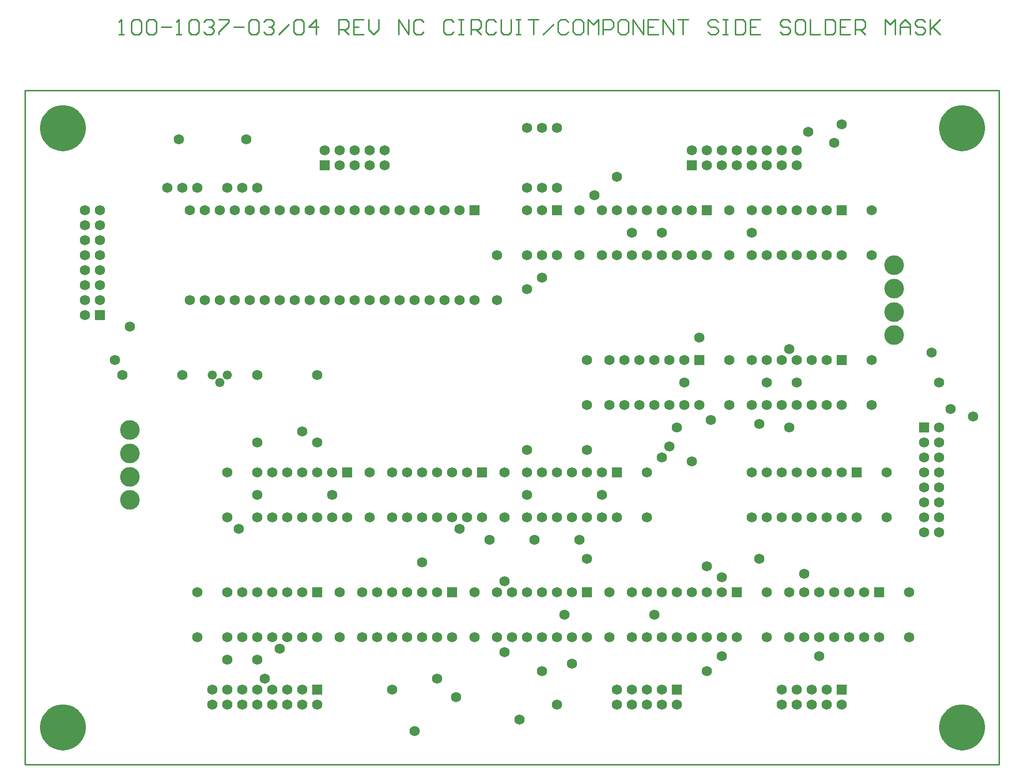
<source format=gbs>
*%FSLAX23Y23*%
*%MOIN*%
G01*
%ADD11C,0.007*%
%ADD12C,0.008*%
%ADD13C,0.010*%
%ADD14C,0.012*%
%ADD15C,0.020*%
%ADD16C,0.032*%
%ADD17C,0.036*%
%ADD18C,0.050*%
%ADD19C,0.052*%
%ADD20C,0.055*%
%ADD21C,0.056*%
%ADD22C,0.061*%
%ADD23C,0.062*%
%ADD24C,0.068*%
%ADD25C,0.070*%
%ADD26C,0.090*%
%ADD27C,0.125*%
%ADD28C,0.131*%
%ADD29C,0.140*%
%ADD30C,0.160*%
%ADD31C,0.250*%
%ADD32R,0.062X0.062*%
%ADD33R,0.068X0.068*%
%ADD34R,0.250X0.250*%
D13*
X7142Y10427D02*
X7175D01*
X7159D01*
Y10527D01*
X7160D01*
X7159D02*
X7142Y10510D01*
X7225D02*
X7242Y10527D01*
X7275D01*
X7292Y10510D01*
Y10444D01*
X7275Y10427D01*
X7242D01*
X7225Y10444D01*
Y10510D01*
X7325D02*
X7342Y10527D01*
X7375D01*
X7392Y10510D01*
Y10444D01*
X7375Y10427D01*
X7342D01*
X7325Y10444D01*
Y10510D01*
X7425Y10477D02*
X7492D01*
X7525Y10427D02*
X7559D01*
X7542D01*
Y10527D01*
X7543D01*
X7542D02*
X7525Y10510D01*
X7609D02*
X7625Y10527D01*
X7658D01*
X7675Y10510D01*
Y10444D01*
X7658Y10427D01*
X7625D01*
X7609Y10444D01*
Y10510D01*
X7708D02*
X7725Y10527D01*
X7758D01*
X7775Y10510D01*
Y10494D01*
X7776D01*
X7775D02*
X7776D01*
X7775D02*
X7776D01*
X7775D02*
X7758Y10477D01*
X7742D01*
X7758D01*
X7775Y10460D01*
Y10444D01*
X7758Y10427D01*
X7725D01*
X7708Y10444D01*
X7808Y10527D02*
X7875D01*
Y10510D01*
X7808Y10444D01*
Y10427D01*
X7908Y10477D02*
X7975D01*
X8008Y10510D02*
X8025Y10527D01*
X8058D01*
X8075Y10510D01*
Y10444D01*
X8058Y10427D01*
X8025D01*
X8008Y10444D01*
Y10510D01*
X8108D02*
X8125Y10527D01*
X8158D01*
X8175Y10510D01*
Y10494D01*
X8176D01*
X8175D02*
X8176D01*
X8175D02*
X8176D01*
X8175D02*
X8158Y10477D01*
X8142D01*
X8158D01*
X8175Y10460D01*
Y10444D01*
X8158Y10427D01*
X8125D01*
X8108Y10444D01*
X8208Y10427D02*
X8275Y10494D01*
X8308Y10510D02*
X8325Y10527D01*
X8358D01*
X8375Y10510D01*
Y10444D01*
X8358Y10427D01*
X8325D01*
X8308Y10444D01*
Y10510D01*
X8458Y10527D02*
Y10427D01*
X8408Y10477D02*
X8458Y10527D01*
X8475Y10477D02*
X8408D01*
X8608Y10427D02*
Y10527D01*
X8658D01*
X8675Y10510D01*
Y10477D01*
X8658Y10460D01*
X8608D01*
X8642D02*
X8675Y10427D01*
X8708Y10527D02*
X8775D01*
X8708D02*
Y10427D01*
X8775D01*
X8741Y10477D02*
X8708D01*
X8808Y10460D02*
Y10527D01*
Y10460D02*
X8841Y10427D01*
X8875Y10460D01*
Y10527D01*
X9008D02*
Y10427D01*
X9075D02*
X9008Y10527D01*
X9075D02*
Y10427D01*
X9175Y10510D02*
X9158Y10527D01*
X9125D01*
X9108Y10510D01*
Y10444D01*
X9125Y10427D01*
X9158D01*
X9175Y10444D01*
X9358Y10527D02*
X9375Y10510D01*
X9358Y10527D02*
X9325D01*
X9308Y10510D01*
Y10444D01*
X9325Y10427D01*
X9358D01*
X9375Y10444D01*
X9408Y10527D02*
X9441D01*
X9425D01*
Y10427D01*
X9408D01*
X9441D01*
X9491D02*
Y10527D01*
X9541D01*
X9558Y10510D01*
Y10477D01*
X9541Y10460D01*
X9491D01*
X9525D02*
X9558Y10427D01*
X9658Y10510D02*
X9641Y10527D01*
X9608D01*
X9591Y10510D01*
Y10444D01*
X9608Y10427D01*
X9641D01*
X9658Y10444D01*
X9691D02*
Y10527D01*
Y10444D02*
X9708Y10427D01*
X9741D01*
X9758Y10444D01*
Y10527D01*
X9791D02*
X9824D01*
X9808D01*
Y10427D01*
X9791D01*
X9824D01*
X9874Y10527D02*
X9941D01*
X9908D01*
Y10427D01*
X9974D02*
X10041Y10494D01*
X10124Y10527D02*
X10141Y10510D01*
X10124Y10527D02*
X10091D01*
X10074Y10510D01*
Y10444D01*
X10091Y10427D01*
X10124D01*
X10141Y10444D01*
X10191Y10527D02*
X10224D01*
X10191D02*
X10174Y10510D01*
Y10444D01*
X10191Y10427D01*
X10224D01*
X10241Y10444D01*
Y10510D01*
X10224Y10527D01*
X10274D02*
Y10427D01*
X10308Y10494D02*
X10274Y10527D01*
X10308Y10494D02*
X10341Y10527D01*
Y10427D01*
X10374D02*
Y10527D01*
X10424D01*
X10441Y10510D01*
Y10477D01*
X10424Y10460D01*
X10374D01*
X10491Y10527D02*
X10524D01*
X10491D02*
X10474Y10510D01*
Y10444D01*
X10491Y10427D01*
X10524D01*
X10541Y10444D01*
Y10510D01*
X10524Y10527D01*
X10574D02*
Y10427D01*
X10641D02*
X10574Y10527D01*
X10641D02*
Y10427D01*
X10674Y10527D02*
X10741D01*
X10674D02*
Y10427D01*
X10741D01*
X10708Y10477D02*
X10674D01*
X10774Y10427D02*
Y10527D01*
X10841Y10427D01*
Y10527D01*
X10874D02*
X10941D01*
X10907D01*
Y10427D01*
X11124Y10527D02*
X11141Y10510D01*
X11124Y10527D02*
X11091D01*
X11074Y10510D01*
Y10494D01*
X11091Y10477D01*
X11124D01*
X11141Y10460D01*
Y10444D01*
X11124Y10427D01*
X11091D01*
X11074Y10444D01*
X11174Y10527D02*
X11207D01*
X11191D01*
Y10427D01*
X11174D01*
X11207D01*
X11257D02*
Y10527D01*
Y10427D02*
X11307D01*
X11324Y10444D01*
Y10510D01*
X11307Y10527D01*
X11257D01*
X11357D02*
X11424D01*
X11357D02*
Y10427D01*
X11424D01*
X11391Y10477D02*
X11357D01*
X11607Y10527D02*
X11624Y10510D01*
X11607Y10527D02*
X11574D01*
X11557Y10510D01*
Y10494D01*
X11574Y10477D01*
X11607D01*
X11624Y10460D01*
Y10444D01*
X11607Y10427D01*
X11574D01*
X11557Y10444D01*
X11674Y10527D02*
X11707D01*
X11674D02*
X11657Y10510D01*
Y10444D01*
X11674Y10427D01*
X11707D01*
X11724Y10444D01*
Y10510D01*
X11707Y10527D01*
X11757D02*
Y10427D01*
X11824D01*
X11857D02*
Y10527D01*
Y10427D02*
X11907D01*
X11924Y10444D01*
Y10510D01*
X11907Y10527D01*
X11857D01*
X11957D02*
X12024D01*
X11957D02*
Y10427D01*
X12024D01*
X11990Y10477D02*
X11957D01*
X12057Y10427D02*
Y10527D01*
X12107D01*
X12124Y10510D01*
Y10477D01*
X12107Y10460D01*
X12057D01*
X12090D02*
X12124Y10427D01*
X12257D02*
Y10527D01*
X12290Y10494D01*
X12324Y10527D01*
Y10427D01*
X12357D02*
Y10494D01*
X12390Y10527D01*
X12424Y10494D01*
Y10427D01*
Y10477D01*
X12357D01*
X12507Y10527D02*
X12524Y10510D01*
X12507Y10527D02*
X12474D01*
X12457Y10510D01*
Y10494D01*
X12474Y10477D01*
X12507D01*
X12524Y10460D01*
Y10444D01*
X12507Y10427D01*
X12474D01*
X12457Y10444D01*
X12557Y10427D02*
Y10527D01*
Y10460D02*
Y10427D01*
Y10460D02*
X12624Y10527D01*
X12574Y10477D01*
X12624Y10427D01*
X13017Y10052D02*
X6517D01*
Y5552D02*
X13017D01*
X6517D02*
Y10052D01*
X13017D02*
Y5552D01*
D18*
X12639Y9802D02*
X12640D01*
X12639D02*
X12639Y9792D01*
X12641Y9781D01*
X12643Y9771D01*
X12646Y9761D01*
X12649Y9752D01*
X12654Y9743D01*
X12659Y9734D01*
X12665Y9725D01*
X12671Y9717D01*
X12678Y9710D01*
X12686Y9703D01*
X12694Y9697D01*
X12703Y9691D01*
X12712Y9686D01*
X12722Y9682D01*
X12731Y9679D01*
X12741Y9677D01*
X12752Y9675D01*
X12762Y9674D01*
X12772D01*
X12782Y9675D01*
X12793Y9677D01*
X12803Y9679D01*
X12812Y9682D01*
X12822Y9686D01*
X12831Y9691D01*
X12840Y9697D01*
X12848Y9703D01*
X12856Y9710D01*
X12863Y9717D01*
X12869Y9725D01*
X12875Y9734D01*
X12880Y9743D01*
X12885Y9752D01*
X12888Y9761D01*
X12891Y9771D01*
X12893Y9781D01*
X12895Y9792D01*
X12895Y9802D01*
X12896D01*
X12895D02*
X12895Y9812D01*
X12893Y9823D01*
X12891Y9833D01*
X12888Y9843D01*
X12885Y9852D01*
X12880Y9861D01*
X12875Y9870D01*
X12869Y9879D01*
X12863Y9887D01*
X12856Y9894D01*
X12848Y9901D01*
X12840Y9907D01*
X12831Y9913D01*
X12822Y9918D01*
X12812Y9922D01*
X12803Y9925D01*
X12793Y9927D01*
X12782Y9929D01*
X12772Y9930D01*
X12762D01*
X12752Y9929D01*
X12741Y9927D01*
X12731Y9925D01*
X12722Y9922D01*
X12712Y9918D01*
X12703Y9913D01*
X12694Y9907D01*
X12686Y9901D01*
X12678Y9894D01*
X12671Y9887D01*
X12665Y9879D01*
X12659Y9870D01*
X12654Y9861D01*
X12649Y9852D01*
X12646Y9843D01*
X12643Y9833D01*
X12641Y9823D01*
X12639Y9812D01*
X12639Y9802D01*
X12687D02*
X12688D01*
X12687D02*
X12688Y9793D01*
X12689Y9784D01*
X12692Y9775D01*
X12696Y9766D01*
X12700Y9758D01*
X12706Y9751D01*
X12712Y9744D01*
X12719Y9738D01*
X12727Y9733D01*
X12735Y9729D01*
X12744Y9725D01*
X12753Y9723D01*
X12762Y9722D01*
X12772D01*
X12781Y9723D01*
X12790Y9725D01*
X12799Y9729D01*
X12807Y9733D01*
X12815Y9738D01*
X12822Y9744D01*
X12828Y9751D01*
X12834Y9758D01*
X12838Y9766D01*
X12842Y9775D01*
X12845Y9784D01*
X12846Y9793D01*
X12847Y9802D01*
X12848D01*
X12847D02*
X12846Y9811D01*
X12845Y9820D01*
X12842Y9829D01*
X12838Y9838D01*
X12834Y9846D01*
X12828Y9853D01*
X12822Y9860D01*
X12815Y9866D01*
X12807Y9871D01*
X12799Y9875D01*
X12790Y9879D01*
X12781Y9881D01*
X12772Y9882D01*
X12762D01*
X12753Y9881D01*
X12744Y9879D01*
X12735Y9875D01*
X12727Y9871D01*
X12719Y9866D01*
X12712Y9860D01*
X12706Y9853D01*
X12700Y9846D01*
X12696Y9838D01*
X12692Y9829D01*
X12689Y9820D01*
X12688Y9811D01*
X12687Y9802D01*
X12735D02*
X12736D01*
X12735D02*
X12736Y9795D01*
X12738Y9789D01*
X12741Y9783D01*
X12746Y9778D01*
X12751Y9774D01*
X12757Y9772D01*
X12764Y9770D01*
X12770D01*
X12777Y9772D01*
X12783Y9774D01*
X12788Y9778D01*
X12793Y9783D01*
X12796Y9789D01*
X12798Y9795D01*
X12799Y9802D01*
X12800D01*
X12799D02*
X12798Y9809D01*
X12796Y9815D01*
X12793Y9821D01*
X12788Y9826D01*
X12783Y9830D01*
X12777Y9832D01*
X12770Y9834D01*
X12764D01*
X12757Y9832D01*
X12751Y9830D01*
X12746Y9826D01*
X12741Y9821D01*
X12738Y9815D01*
X12736Y9809D01*
X12735Y9802D01*
X12767D02*
D03*
X12639Y5802D02*
X12640D01*
X12639D02*
X12639Y5792D01*
X12641Y5781D01*
X12643Y5771D01*
X12646Y5761D01*
X12649Y5752D01*
X12654Y5743D01*
X12659Y5734D01*
X12665Y5725D01*
X12671Y5717D01*
X12678Y5710D01*
X12686Y5703D01*
X12694Y5697D01*
X12703Y5691D01*
X12712Y5686D01*
X12722Y5682D01*
X12731Y5679D01*
X12741Y5677D01*
X12752Y5675D01*
X12762Y5674D01*
X12772D01*
X12782Y5675D01*
X12793Y5677D01*
X12803Y5679D01*
X12812Y5682D01*
X12822Y5686D01*
X12831Y5691D01*
X12840Y5697D01*
X12848Y5703D01*
X12856Y5710D01*
X12863Y5717D01*
X12869Y5725D01*
X12875Y5734D01*
X12880Y5743D01*
X12885Y5752D01*
X12888Y5761D01*
X12891Y5771D01*
X12893Y5781D01*
X12895Y5792D01*
X12895Y5802D01*
X12896D01*
X12895D02*
X12895Y5812D01*
X12893Y5823D01*
X12891Y5833D01*
X12888Y5843D01*
X12885Y5852D01*
X12880Y5861D01*
X12875Y5870D01*
X12869Y5879D01*
X12863Y5887D01*
X12856Y5894D01*
X12848Y5901D01*
X12840Y5907D01*
X12831Y5913D01*
X12822Y5918D01*
X12812Y5922D01*
X12803Y5925D01*
X12793Y5927D01*
X12782Y5929D01*
X12772Y5930D01*
X12762D01*
X12752Y5929D01*
X12741Y5927D01*
X12731Y5925D01*
X12722Y5922D01*
X12712Y5918D01*
X12703Y5913D01*
X12694Y5907D01*
X12686Y5901D01*
X12678Y5894D01*
X12671Y5887D01*
X12665Y5879D01*
X12659Y5870D01*
X12654Y5861D01*
X12649Y5852D01*
X12646Y5843D01*
X12643Y5833D01*
X12641Y5823D01*
X12639Y5812D01*
X12639Y5802D01*
X12687D02*
X12688D01*
X12687D02*
X12688Y5793D01*
X12689Y5784D01*
X12692Y5775D01*
X12696Y5766D01*
X12700Y5758D01*
X12706Y5751D01*
X12712Y5744D01*
X12719Y5738D01*
X12727Y5733D01*
X12735Y5729D01*
X12744Y5725D01*
X12753Y5723D01*
X12762Y5722D01*
X12772D01*
X12781Y5723D01*
X12790Y5725D01*
X12799Y5729D01*
X12807Y5733D01*
X12815Y5738D01*
X12822Y5744D01*
X12828Y5751D01*
X12834Y5758D01*
X12838Y5766D01*
X12842Y5775D01*
X12845Y5784D01*
X12846Y5793D01*
X12847Y5802D01*
X12848D01*
X12847D02*
X12846Y5811D01*
X12845Y5820D01*
X12842Y5829D01*
X12838Y5838D01*
X12834Y5846D01*
X12828Y5853D01*
X12822Y5860D01*
X12815Y5866D01*
X12807Y5871D01*
X12799Y5875D01*
X12790Y5879D01*
X12781Y5881D01*
X12772Y5882D01*
X12762D01*
X12753Y5881D01*
X12744Y5879D01*
X12735Y5875D01*
X12727Y5871D01*
X12719Y5866D01*
X12712Y5860D01*
X12706Y5853D01*
X12700Y5846D01*
X12696Y5838D01*
X12692Y5829D01*
X12689Y5820D01*
X12688Y5811D01*
X12687Y5802D01*
X12735D02*
X12736D01*
X12735D02*
X12736Y5795D01*
X12738Y5789D01*
X12741Y5783D01*
X12746Y5778D01*
X12751Y5774D01*
X12757Y5772D01*
X12764Y5770D01*
X12770D01*
X12777Y5772D01*
X12783Y5774D01*
X12788Y5778D01*
X12793Y5783D01*
X12796Y5789D01*
X12798Y5795D01*
X12799Y5802D01*
X12800D01*
X12799D02*
X12798Y5809D01*
X12796Y5815D01*
X12793Y5821D01*
X12788Y5826D01*
X12783Y5830D01*
X12777Y5832D01*
X12770Y5834D01*
X12764D01*
X12757Y5832D01*
X12751Y5830D01*
X12746Y5826D01*
X12741Y5821D01*
X12738Y5815D01*
X12736Y5809D01*
X12735Y5802D01*
X12767D02*
D03*
X6639Y9802D02*
X6640D01*
X6639D02*
X6639Y9792D01*
X6641Y9781D01*
X6643Y9771D01*
X6646Y9761D01*
X6649Y9752D01*
X6654Y9743D01*
X6659Y9734D01*
X6665Y9725D01*
X6671Y9717D01*
X6678Y9710D01*
X6686Y9703D01*
X6694Y9697D01*
X6703Y9691D01*
X6712Y9686D01*
X6722Y9682D01*
X6731Y9679D01*
X6741Y9677D01*
X6752Y9675D01*
X6762Y9674D01*
X6772D01*
X6782Y9675D01*
X6793Y9677D01*
X6803Y9679D01*
X6812Y9682D01*
X6822Y9686D01*
X6831Y9691D01*
X6840Y9697D01*
X6848Y9703D01*
X6856Y9710D01*
X6863Y9717D01*
X6869Y9725D01*
X6875Y9734D01*
X6880Y9743D01*
X6885Y9752D01*
X6888Y9761D01*
X6891Y9771D01*
X6893Y9781D01*
X6895Y9792D01*
X6895Y9802D01*
X6896D01*
X6895D02*
X6895Y9812D01*
X6893Y9823D01*
X6891Y9833D01*
X6888Y9843D01*
X6885Y9852D01*
X6880Y9861D01*
X6875Y9870D01*
X6869Y9879D01*
X6863Y9887D01*
X6856Y9894D01*
X6848Y9901D01*
X6840Y9907D01*
X6831Y9913D01*
X6822Y9918D01*
X6812Y9922D01*
X6803Y9925D01*
X6793Y9927D01*
X6782Y9929D01*
X6772Y9930D01*
X6762D01*
X6752Y9929D01*
X6741Y9927D01*
X6731Y9925D01*
X6722Y9922D01*
X6712Y9918D01*
X6703Y9913D01*
X6694Y9907D01*
X6686Y9901D01*
X6678Y9894D01*
X6671Y9887D01*
X6665Y9879D01*
X6659Y9870D01*
X6654Y9861D01*
X6649Y9852D01*
X6646Y9843D01*
X6643Y9833D01*
X6641Y9823D01*
X6639Y9812D01*
X6639Y9802D01*
X6687D02*
X6688D01*
X6687D02*
X6688Y9793D01*
X6689Y9784D01*
X6692Y9775D01*
X6696Y9766D01*
X6700Y9758D01*
X6706Y9751D01*
X6712Y9744D01*
X6719Y9738D01*
X6727Y9733D01*
X6735Y9729D01*
X6744Y9725D01*
X6753Y9723D01*
X6762Y9722D01*
X6772D01*
X6781Y9723D01*
X6790Y9725D01*
X6799Y9729D01*
X6807Y9733D01*
X6815Y9738D01*
X6822Y9744D01*
X6828Y9751D01*
X6834Y9758D01*
X6838Y9766D01*
X6842Y9775D01*
X6845Y9784D01*
X6846Y9793D01*
X6847Y9802D01*
X6848D01*
X6847D02*
X6846Y9811D01*
X6845Y9820D01*
X6842Y9829D01*
X6838Y9838D01*
X6834Y9846D01*
X6828Y9853D01*
X6822Y9860D01*
X6815Y9866D01*
X6807Y9871D01*
X6799Y9875D01*
X6790Y9879D01*
X6781Y9881D01*
X6772Y9882D01*
X6762D01*
X6753Y9881D01*
X6744Y9879D01*
X6735Y9875D01*
X6727Y9871D01*
X6719Y9866D01*
X6712Y9860D01*
X6706Y9853D01*
X6700Y9846D01*
X6696Y9838D01*
X6692Y9829D01*
X6689Y9820D01*
X6688Y9811D01*
X6687Y9802D01*
X6735D02*
X6736D01*
X6735D02*
X6736Y9795D01*
X6738Y9789D01*
X6741Y9783D01*
X6746Y9778D01*
X6751Y9774D01*
X6757Y9772D01*
X6764Y9770D01*
X6770D01*
X6777Y9772D01*
X6783Y9774D01*
X6788Y9778D01*
X6793Y9783D01*
X6796Y9789D01*
X6798Y9795D01*
X6799Y9802D01*
X6800D01*
X6799D02*
X6798Y9809D01*
X6796Y9815D01*
X6793Y9821D01*
X6788Y9826D01*
X6783Y9830D01*
X6777Y9832D01*
X6770Y9834D01*
X6764D01*
X6757Y9832D01*
X6751Y9830D01*
X6746Y9826D01*
X6741Y9821D01*
X6738Y9815D01*
X6736Y9809D01*
X6735Y9802D01*
X6767D02*
D03*
X6639Y5802D02*
X6640D01*
X6639D02*
X6639Y5792D01*
X6641Y5781D01*
X6643Y5771D01*
X6646Y5761D01*
X6649Y5752D01*
X6654Y5743D01*
X6659Y5734D01*
X6665Y5725D01*
X6671Y5717D01*
X6678Y5710D01*
X6686Y5703D01*
X6694Y5697D01*
X6703Y5691D01*
X6712Y5686D01*
X6722Y5682D01*
X6731Y5679D01*
X6741Y5677D01*
X6752Y5675D01*
X6762Y5674D01*
X6772D01*
X6782Y5675D01*
X6793Y5677D01*
X6803Y5679D01*
X6812Y5682D01*
X6822Y5686D01*
X6831Y5691D01*
X6840Y5697D01*
X6848Y5703D01*
X6856Y5710D01*
X6863Y5717D01*
X6869Y5725D01*
X6875Y5734D01*
X6880Y5743D01*
X6885Y5752D01*
X6888Y5761D01*
X6891Y5771D01*
X6893Y5781D01*
X6895Y5792D01*
X6895Y5802D01*
X6896D01*
X6895D02*
X6895Y5812D01*
X6893Y5823D01*
X6891Y5833D01*
X6888Y5843D01*
X6885Y5852D01*
X6880Y5861D01*
X6875Y5870D01*
X6869Y5879D01*
X6863Y5887D01*
X6856Y5894D01*
X6848Y5901D01*
X6840Y5907D01*
X6831Y5913D01*
X6822Y5918D01*
X6812Y5922D01*
X6803Y5925D01*
X6793Y5927D01*
X6782Y5929D01*
X6772Y5930D01*
X6762D01*
X6752Y5929D01*
X6741Y5927D01*
X6731Y5925D01*
X6722Y5922D01*
X6712Y5918D01*
X6703Y5913D01*
X6694Y5907D01*
X6686Y5901D01*
X6678Y5894D01*
X6671Y5887D01*
X6665Y5879D01*
X6659Y5870D01*
X6654Y5861D01*
X6649Y5852D01*
X6646Y5843D01*
X6643Y5833D01*
X6641Y5823D01*
X6639Y5812D01*
X6639Y5802D01*
X6687D02*
X6688D01*
X6687D02*
X6688Y5793D01*
X6689Y5784D01*
X6692Y5775D01*
X6696Y5766D01*
X6700Y5758D01*
X6706Y5751D01*
X6712Y5744D01*
X6719Y5738D01*
X6727Y5733D01*
X6735Y5729D01*
X6744Y5725D01*
X6753Y5723D01*
X6762Y5722D01*
X6772D01*
X6781Y5723D01*
X6790Y5725D01*
X6799Y5729D01*
X6807Y5733D01*
X6815Y5738D01*
X6822Y5744D01*
X6828Y5751D01*
X6834Y5758D01*
X6838Y5766D01*
X6842Y5775D01*
X6845Y5784D01*
X6846Y5793D01*
X6847Y5802D01*
X6848D01*
X6847D02*
X6846Y5811D01*
X6845Y5820D01*
X6842Y5829D01*
X6838Y5838D01*
X6834Y5846D01*
X6828Y5853D01*
X6822Y5860D01*
X6815Y5866D01*
X6807Y5871D01*
X6799Y5875D01*
X6790Y5879D01*
X6781Y5881D01*
X6772Y5882D01*
X6762D01*
X6753Y5881D01*
X6744Y5879D01*
X6735Y5875D01*
X6727Y5871D01*
X6719Y5866D01*
X6712Y5860D01*
X6706Y5853D01*
X6700Y5846D01*
X6696Y5838D01*
X6692Y5829D01*
X6689Y5820D01*
X6688Y5811D01*
X6687Y5802D01*
X6735D02*
X6736D01*
X6735D02*
X6736Y5795D01*
X6738Y5789D01*
X6741Y5783D01*
X6746Y5778D01*
X6751Y5774D01*
X6757Y5772D01*
X6764Y5770D01*
X6770D01*
X6777Y5772D01*
X6783Y5774D01*
X6788Y5778D01*
X6793Y5783D01*
X6796Y5789D01*
X6798Y5795D01*
X6799Y5802D01*
X6800D01*
X6799D02*
X6798Y5809D01*
X6796Y5815D01*
X6793Y5821D01*
X6788Y5826D01*
X6783Y5830D01*
X6777Y5832D01*
X6770Y5834D01*
X6764D01*
X6757Y5832D01*
X6751Y5830D01*
X6746Y5826D01*
X6741Y5821D01*
X6738Y5815D01*
X6736Y5809D01*
X6735Y5802D01*
X6767D02*
D03*
D22*
X7867Y8152D02*
D03*
X7817Y8102D02*
D03*
X7767Y8152D02*
D03*
D24*
X12842Y7877D02*
D03*
X12692Y7927D02*
D03*
X12617Y8102D02*
D03*
X12567Y8302D02*
D03*
X11917Y9702D02*
D03*
X11967Y9827D02*
D03*
X11817Y6277D02*
D03*
X11742Y9777D02*
D03*
X11667Y8102D02*
D03*
X11617Y8327D02*
D03*
Y7802D02*
D03*
X11717Y6827D02*
D03*
X11417Y7827D02*
D03*
X11467Y8102D02*
D03*
X11417Y6927D02*
D03*
X11367Y9102D02*
D03*
X11092Y7852D02*
D03*
X11017Y8402D02*
D03*
X11067Y6877D02*
D03*
X11167Y6802D02*
D03*
X11067Y6177D02*
D03*
X11167Y6277D02*
D03*
X10917Y8102D02*
D03*
X10867Y7802D02*
D03*
X10817Y7677D02*
D03*
X10967Y7577D02*
D03*
X10767Y9102D02*
D03*
Y7602D02*
D03*
X10717Y6552D02*
D03*
X10467Y9477D02*
D03*
X10567Y9102D02*
D03*
X10317Y9352D02*
D03*
X10367Y7352D02*
D03*
X10217Y7052D02*
D03*
X10267Y6927D02*
D03*
X10167Y6227D02*
D03*
X10117Y6552D02*
D03*
X10067Y5952D02*
D03*
X9867Y8727D02*
D03*
X9967Y8802D02*
D03*
X9867Y7352D02*
D03*
X9917Y7052D02*
D03*
X9967Y6177D02*
D03*
X9717Y6302D02*
D03*
Y6777D02*
D03*
X9817Y5852D02*
D03*
X9617Y7052D02*
D03*
X9417Y7127D02*
D03*
X9267Y6127D02*
D03*
X9392Y6002D02*
D03*
X9167Y6902D02*
D03*
X9117Y5777D02*
D03*
X8967Y6052D02*
D03*
X8567Y7352D02*
D03*
X8367Y7777D02*
D03*
X8067Y7352D02*
D03*
X8217Y6327D02*
D03*
X8117Y6127D02*
D03*
X8067Y6252D02*
D03*
X7942Y7127D02*
D03*
X7867Y6252D02*
D03*
X7217Y8477D02*
D03*
X7117Y8252D02*
D03*
X11867Y9252D02*
D03*
X11667D02*
D03*
X11567D02*
D03*
X11467D02*
D03*
X11367D02*
D03*
Y8952D02*
D03*
X11467D02*
D03*
X11567D02*
D03*
X11667D02*
D03*
X11767D02*
D03*
X11867D02*
D03*
X11967D02*
D03*
X11767Y9252D02*
D03*
X12617Y7102D02*
D03*
X12517D02*
D03*
X12617Y7202D02*
D03*
X12517D02*
D03*
X12617Y7302D02*
D03*
X12517D02*
D03*
X12617Y7402D02*
D03*
X12517D02*
D03*
X12617Y7502D02*
D03*
X12517D02*
D03*
X12617Y7602D02*
D03*
X12517D02*
D03*
X12617Y7702D02*
D03*
X12517D02*
D03*
X12617Y7802D02*
D03*
X12167Y8952D02*
D03*
Y9252D02*
D03*
Y7952D02*
D03*
Y8252D02*
D03*
X11867D02*
D03*
X11667D02*
D03*
X11567D02*
D03*
X11467D02*
D03*
X11367D02*
D03*
Y7952D02*
D03*
X11467D02*
D03*
X11567D02*
D03*
X11667D02*
D03*
X11767D02*
D03*
X11867D02*
D03*
X11967D02*
D03*
X11767Y8252D02*
D03*
X12417Y6402D02*
D03*
Y6702D02*
D03*
X12267Y7202D02*
D03*
Y7502D02*
D03*
X11967D02*
D03*
X11867D02*
D03*
X11767D02*
D03*
X11667D02*
D03*
X11567D02*
D03*
X11467D02*
D03*
X11367D02*
D03*
Y7202D02*
D03*
X11467D02*
D03*
X11567D02*
D03*
X11667D02*
D03*
X11767D02*
D03*
X11867D02*
D03*
X11967D02*
D03*
X12067D02*
D03*
X12117Y6702D02*
D03*
X11917D02*
D03*
X11817D02*
D03*
X11717D02*
D03*
X11617D02*
D03*
Y6402D02*
D03*
X11717D02*
D03*
X11817D02*
D03*
X11917D02*
D03*
X12017D02*
D03*
X12117D02*
D03*
X12217D02*
D03*
X12017Y6702D02*
D03*
X11567Y5952D02*
D03*
Y6052D02*
D03*
X11667D02*
D03*
X11767Y5952D02*
D03*
Y6052D02*
D03*
X11867Y5952D02*
D03*
Y6052D02*
D03*
X11967Y5952D02*
D03*
X11667D02*
D03*
X10967Y9252D02*
D03*
X10867D02*
D03*
X10767D02*
D03*
X10667D02*
D03*
X10567D02*
D03*
X10467D02*
D03*
X10367D02*
D03*
Y8952D02*
D03*
X10467D02*
D03*
X10567D02*
D03*
X10667D02*
D03*
X10767D02*
D03*
X10867D02*
D03*
X10967D02*
D03*
X11067D02*
D03*
X11667Y9652D02*
D03*
Y9552D02*
D03*
X11567Y9652D02*
D03*
Y9552D02*
D03*
X11467Y9652D02*
D03*
Y9552D02*
D03*
X11367Y9652D02*
D03*
Y9552D02*
D03*
X11267Y9652D02*
D03*
Y9552D02*
D03*
X11167Y9652D02*
D03*
Y9552D02*
D03*
X11067Y9652D02*
D03*
Y9552D02*
D03*
X10967Y9652D02*
D03*
X11217Y7952D02*
D03*
Y8252D02*
D03*
X10917D02*
D03*
X10717D02*
D03*
X10617D02*
D03*
X10517D02*
D03*
X10417D02*
D03*
Y7952D02*
D03*
X10517D02*
D03*
X10617D02*
D03*
X10717D02*
D03*
X10817D02*
D03*
X10917D02*
D03*
X11017D02*
D03*
X10817Y8252D02*
D03*
X11217Y8952D02*
D03*
Y9252D02*
D03*
X10217Y8952D02*
D03*
Y9252D02*
D03*
X10267Y7952D02*
D03*
Y8252D02*
D03*
X11467Y6402D02*
D03*
Y6702D02*
D03*
X11167D02*
D03*
X11067D02*
D03*
X10967D02*
D03*
X10867D02*
D03*
X10767D02*
D03*
X10667D02*
D03*
X10567D02*
D03*
Y6402D02*
D03*
X10667D02*
D03*
X10767D02*
D03*
X10867D02*
D03*
X10967D02*
D03*
X11067D02*
D03*
X11167D02*
D03*
X11267D02*
D03*
X10417D02*
D03*
Y6702D02*
D03*
X10167D02*
D03*
X9967D02*
D03*
X9867D02*
D03*
X9767D02*
D03*
X9667D02*
D03*
Y6402D02*
D03*
X9767D02*
D03*
X9867D02*
D03*
X9967D02*
D03*
X10067D02*
D03*
X10167D02*
D03*
X10267D02*
D03*
X10067Y6702D02*
D03*
X10667Y7202D02*
D03*
Y7502D02*
D03*
X9867Y7652D02*
D03*
X10267D02*
D03*
X10367Y7502D02*
D03*
X10167D02*
D03*
X10067D02*
D03*
X9967D02*
D03*
X9867D02*
D03*
Y7202D02*
D03*
X9967D02*
D03*
X10067D02*
D03*
X10167D02*
D03*
X10267D02*
D03*
X10367D02*
D03*
X10467D02*
D03*
X10267Y7502D02*
D03*
X10467Y5952D02*
D03*
Y6052D02*
D03*
X10567D02*
D03*
X10667Y5952D02*
D03*
Y6052D02*
D03*
X10767Y5952D02*
D03*
Y6052D02*
D03*
X10867Y5952D02*
D03*
X10567D02*
D03*
X10067Y9802D02*
D03*
Y9402D02*
D03*
X9967D02*
D03*
Y9802D02*
D03*
X9867Y9402D02*
D03*
Y9802D02*
D03*
Y9252D02*
D03*
Y8952D02*
D03*
X9967D02*
D03*
X10067D02*
D03*
X9967Y9252D02*
D03*
X9417D02*
D03*
X9317D02*
D03*
X9217D02*
D03*
X9117D02*
D03*
X9017D02*
D03*
X8817D02*
D03*
X8717D02*
D03*
X8617D02*
D03*
X8517D02*
D03*
X8417D02*
D03*
X8317D02*
D03*
X8217D02*
D03*
X8117D02*
D03*
X8017D02*
D03*
X7917D02*
D03*
X7817D02*
D03*
X7717D02*
D03*
X7617D02*
D03*
Y8652D02*
D03*
X7717D02*
D03*
X7817D02*
D03*
X7917D02*
D03*
X8017D02*
D03*
X8117D02*
D03*
X8217D02*
D03*
X8317D02*
D03*
X8417D02*
D03*
X8517D02*
D03*
X8617D02*
D03*
X8717D02*
D03*
X8817D02*
D03*
X8917D02*
D03*
X9017D02*
D03*
X9117D02*
D03*
X9217D02*
D03*
X9317D02*
D03*
X9417D02*
D03*
X9517D02*
D03*
X8917Y9252D02*
D03*
X9667Y8652D02*
D03*
Y8952D02*
D03*
X9517Y6402D02*
D03*
Y6702D02*
D03*
X9267D02*
D03*
X9067D02*
D03*
X8967D02*
D03*
X8867D02*
D03*
X8767D02*
D03*
Y6402D02*
D03*
X8867D02*
D03*
X8967D02*
D03*
X9067D02*
D03*
X9167D02*
D03*
X9267D02*
D03*
X9367D02*
D03*
X9167Y6702D02*
D03*
X8817Y7202D02*
D03*
Y7502D02*
D03*
X9717Y7202D02*
D03*
Y7502D02*
D03*
X8567D02*
D03*
X8367D02*
D03*
X8267D02*
D03*
X8167D02*
D03*
X8067D02*
D03*
Y7202D02*
D03*
X8167D02*
D03*
X8267D02*
D03*
X8367D02*
D03*
X8467D02*
D03*
X8567D02*
D03*
X8667D02*
D03*
X8467Y7502D02*
D03*
X9467D02*
D03*
X9267D02*
D03*
X9167D02*
D03*
X9067D02*
D03*
X8967D02*
D03*
Y7202D02*
D03*
X9067D02*
D03*
X9167D02*
D03*
X9267D02*
D03*
X9367D02*
D03*
X9467D02*
D03*
X9567D02*
D03*
X9367Y7502D02*
D03*
X8067Y9402D02*
D03*
X7967D02*
D03*
X7467D02*
D03*
X7567D02*
D03*
X7667D02*
D03*
X7867D02*
D03*
X7542Y9727D02*
D03*
X7992D02*
D03*
X8917Y9652D02*
D03*
Y9552D02*
D03*
X8817D02*
D03*
X8717Y9652D02*
D03*
Y9552D02*
D03*
X8617Y9652D02*
D03*
Y9552D02*
D03*
X8517Y9652D02*
D03*
X8817D02*
D03*
X8067Y8152D02*
D03*
X8467D02*
D03*
X8067Y7702D02*
D03*
X8467D02*
D03*
X7567Y8152D02*
D03*
X7167D02*
D03*
X7667Y6402D02*
D03*
Y6702D02*
D03*
X7867Y7202D02*
D03*
Y7502D02*
D03*
X8617Y6402D02*
D03*
Y6702D02*
D03*
X8367D02*
D03*
X8167D02*
D03*
X8067D02*
D03*
X7967D02*
D03*
X7867D02*
D03*
Y6402D02*
D03*
X7967D02*
D03*
X8067D02*
D03*
X8167D02*
D03*
X8267D02*
D03*
X8367D02*
D03*
X8467D02*
D03*
X8267Y6702D02*
D03*
X7767Y5952D02*
D03*
Y6052D02*
D03*
X7867Y5952D02*
D03*
Y6052D02*
D03*
X7967Y5952D02*
D03*
Y6052D02*
D03*
X8067Y5952D02*
D03*
Y6052D02*
D03*
X8167Y5952D02*
D03*
Y6052D02*
D03*
X8267Y5952D02*
D03*
Y6052D02*
D03*
X8367Y5952D02*
D03*
Y6052D02*
D03*
X8467Y5952D02*
D03*
X6917Y9252D02*
D03*
X7017D02*
D03*
X6917Y9152D02*
D03*
X7017D02*
D03*
X6917Y9052D02*
D03*
X7017D02*
D03*
X6917Y8952D02*
D03*
X7017D02*
D03*
X6917Y8852D02*
D03*
X7017D02*
D03*
X6917Y8752D02*
D03*
X7017D02*
D03*
X6917Y8652D02*
D03*
X7017D02*
D03*
X6917Y8552D02*
D03*
D28*
X12317Y8574D02*
D03*
Y8886D02*
D03*
Y8418D02*
D03*
Y8730D02*
D03*
X7217Y7630D02*
D03*
Y7318D02*
D03*
Y7786D02*
D03*
Y7474D02*
D03*
D33*
X11967Y9252D02*
D03*
X12517Y7802D02*
D03*
X11967Y8252D02*
D03*
X12067Y7502D02*
D03*
X12217Y6702D02*
D03*
X11967Y6052D02*
D03*
X11067Y9252D02*
D03*
X10967Y9552D02*
D03*
X11017Y8252D02*
D03*
X11267Y6702D02*
D03*
X10267D02*
D03*
X10467Y7502D02*
D03*
X10867Y6052D02*
D03*
X10067Y9252D02*
D03*
X9517D02*
D03*
X9367Y6702D02*
D03*
X8667Y7502D02*
D03*
X9567D02*
D03*
X8517Y9552D02*
D03*
X8467Y6702D02*
D03*
Y6052D02*
D03*
X7017Y8552D02*
D03*
M02*

</source>
